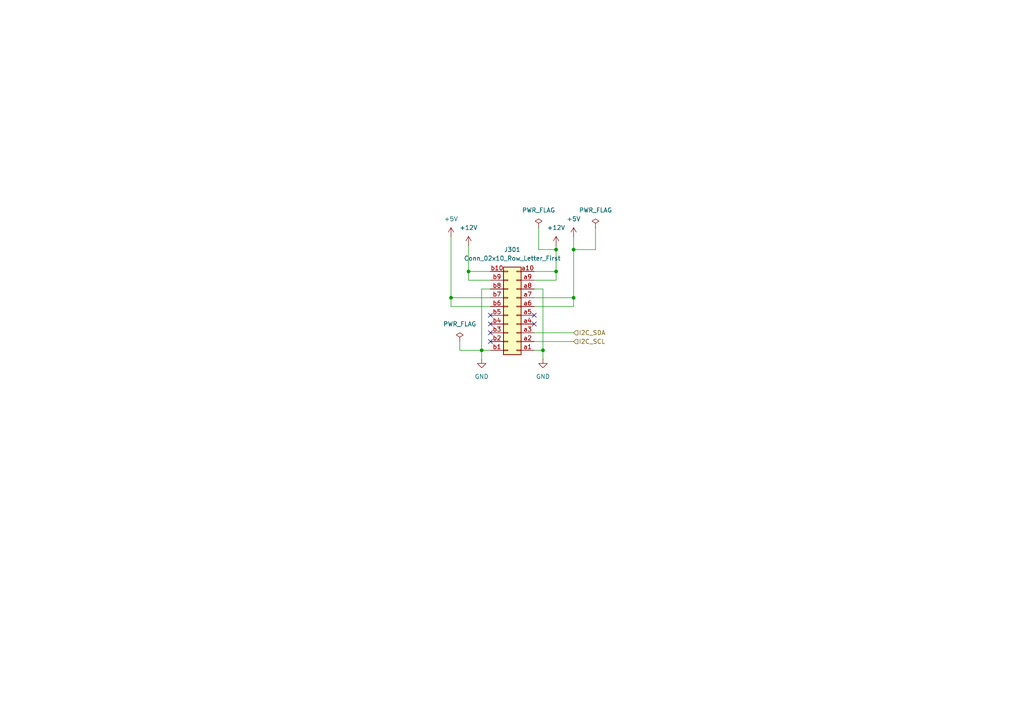
<source format=kicad_sch>
(kicad_sch (version 20250114) (generator "eeschema") (generator_version "9.0")
  (paper "A4")
  (title_block (rev "<<HASH>>") (company "Amateurfunkclub für Remote Stationen"))
  (lib_symbols
    (symbol "Connector_Generic:Conn_02x10_Row_Letter_First" (pin_names (offset 1.016) (hide yes))
      (property "Reference" "J" (at 1.27 12.7 0))
      (property "Value" "Conn_02x10_Row_Letter_First" (at 1.27 -15.24 0))
      (symbol "Conn_02x10_Row_Letter_First_1_1"
        (rectangle (start -1.27 11.43) (end 3.81 -13.97) (stroke (width 0.254)) (fill (type background)))
        (rectangle (start -1.27 10.287) (end 0 10.033) (stroke (width 0.1524)))
        (rectangle (start -1.27 7.747) (end 0 7.493) (stroke (width 0.1524)))
        (rectangle (start -1.27 5.207) (end 0 4.953) (stroke (width 0.1524)))
        (rectangle (start -1.27 2.667) (end 0 2.413) (stroke (width 0.1524)))
        (rectangle (start -1.27 0.127) (end 0 -0.127) (stroke (width 0.1524)))
        (rectangle (start -1.27 -2.413) (end 0 -2.667) (stroke (width 0.1524)))
        (rectangle (start -1.27 -4.953) (end 0 -5.207) (stroke (width 0.1524)))
        (rectangle (start -1.27 -7.493) (end 0 -7.747) (stroke (width 0.1524)))
        (rectangle (start -1.27 -10.033) (end 0 -10.287) (stroke (width 0.1524)))
        (rectangle (start -1.27 -12.573) (end 0 -12.827) (stroke (width 0.1524)))
        (rectangle (start 3.81 10.287) (end 2.54 10.033) (stroke (width 0.1524)))
        (rectangle (start 3.81 7.747) (end 2.54 7.493) (stroke (width 0.1524)))
        (rectangle (start 3.81 5.207) (end 2.54 4.953) (stroke (width 0.1524)))
        (rectangle (start 3.81 2.667) (end 2.54 2.413) (stroke (width 0.1524)))
        (rectangle (start 3.81 0.127) (end 2.54 -0.127) (stroke (width 0.1524)))
        (rectangle (start 3.81 -2.413) (end 2.54 -2.667) (stroke (width 0.1524)))
        (rectangle (start 3.81 -4.953) (end 2.54 -5.207) (stroke (width 0.1524)))
        (rectangle (start 3.81 -7.493) (end 2.54 -7.747) (stroke (width 0.1524)))
        (rectangle (start 3.81 -10.033) (end 2.54 -10.287) (stroke (width 0.1524)))
        (rectangle (start 3.81 -12.573) (end 2.54 -12.827) (stroke (width 0.1524)))
        (pin passive line (at -5.08 10.16 0) (length 3.81) (name "Pin_a1") (number "a1"))
        (pin passive line (at -5.08 7.62 0) (length 3.81) (name "Pin_a2") (number "a2"))
        (pin passive line (at -5.08 5.08 0) (length 3.81) (name "Pin_a3") (number "a3"))
        (pin passive line (at -5.08 2.54 0) (length 3.81) (name "Pin_a4") (number "a4"))
        (pin passive line (at -5.08 0 0) (length 3.81) (name "Pin_a5") (number "a5"))
        (pin passive line (at -5.08 -2.54 0) (length 3.81) (name "Pin_a6") (number "a6"))
        (pin passive line (at -5.08 -5.08 0) (length 3.81) (name "Pin_a7") (number "a7"))
        (pin passive line (at -5.08 -7.62 0) (length 3.81) (name "Pin_a8") (number "a8"))
        (pin passive line (at -5.08 -10.16 0) (length 3.81) (name "Pin_a9") (number "a9"))
        (pin passive line (at -5.08 -12.7 0) (length 3.81) (name "Pin_a10") (number "a10"))
        (pin passive line (at 7.62 10.16 180) (length 3.81) (name "Pin_b1") (number "b1"))
        (pin passive line (at 7.62 7.62 180) (length 3.81) (name "Pin_b2") (number "b2"))
        (pin passive line (at 7.62 5.08 180) (length 3.81) (name "Pin_b3") (number "b3"))
        (pin passive line (at 7.62 2.54 180) (length 3.81) (name "Pin_b4") (number "b4"))
        (pin passive line (at 7.62 0 180) (length 3.81) (name "Pin_b5") (number "b5"))
        (pin passive line (at 7.62 -2.54 180) (length 3.81) (name "Pin_b6") (number "b6"))
        (pin passive line (at 7.62 -5.08 180) (length 3.81) (name "Pin_b7") (number "b7"))
        (pin passive line (at 7.62 -7.62 180) (length 3.81) (name "Pin_b8") (number "b8"))
        (pin passive line (at 7.62 -10.16 180) (length 3.81) (name "Pin_b9") (number "b9"))
        (pin passive line (at 7.62 -12.7 180) (length 3.81) (name "Pin_b10") (number "b10"))
      )
    )
    (symbol "power:+12V" (power) (pin_numbers (hide yes)) (pin_names (offset 0) (hide yes))
      (property "Value" "+12V" (at 0 3.556 0))
      (symbol "+12V_0_1"
        (polyline (pts (xy -0.762 1.27) (xy 0 2.54)))
        (polyline (pts (xy 0 2.54) (xy 0.762 1.27)))
        (polyline (pts (xy 0 0) (xy 0 2.54)))
      )
      (symbol "+12V_1_1"
        (pin power_in line (at 0 0 90) (length 0) (name "~") (number "1"))
      )
    )
    (symbol "power:+5V" (power) (pin_numbers (hide yes)) (pin_names (offset 0) (hide yes))
      (property "Value" "+5V" (at 0 3.556 0))
      (symbol "+5V_0_1"
        (polyline (pts (xy -0.762 1.27) (xy 0 2.54)))
        (polyline (pts (xy 0 2.54) (xy 0.762 1.27)))
        (polyline (pts (xy 0 0) (xy 0 2.54)))
      )
      (symbol "+5V_1_1"
        (pin power_in line (at 0 0 90) (length 0) (name "~") (number "1"))
      )
    )
    (symbol "power:GND" (power) (pin_numbers (hide yes)) (pin_names (offset 0) (hide yes))
      (property "Value" "GND" (at 0 -3.81 0))
      (symbol "GND_0_1"
        (polyline (pts (xy 0 0) (xy 0 -1.27) (xy 1.27 -1.27) (xy 0 -2.54) (xy -1.27 -1.27) (xy 0 -1.27)))
      )
      (symbol "GND_1_1"
        (pin power_in line (at 0 0 270) (length 0) (name "~") (number "1"))
      )
    )
    (symbol "power:PWR_FLAG" (power) (pin_numbers (hide yes)) (pin_names (offset 0) (hide yes))
      (property "Value" "PWR_FLAG" (at 0 3.81 0))
      (symbol "PWR_FLAG_0_0"
        (pin power_out line (at 0 0 90) (length 0) (name "~") (number "1"))
      )
      (symbol "PWR_FLAG_0_1"
        (polyline (pts (xy 0 0) (xy 0 1.27) (xy -1.016 1.905) (xy 0 2.54) (xy 1.016 1.905) (xy 0 1.27)))
      )
    )
  )
  (junction (at 130.81 86.36))
  (junction (at 135.89 78.74))
  (junction (at 139.7 101.6))
  (junction (at 166.37 86.36))
  (junction (at 161.29 78.74))
  (junction (at 161.29 72.39))
  (junction (at 166.37 72.39))
  (junction (at 157.48 101.6))
  (no_connect (at 154.94 91.44))
  (no_connect (at 142.24 91.44))
  (no_connect (at 142.24 96.52))
  (no_connect (at 142.24 99.06))
  (no_connect (at 142.24 93.98))
  (no_connect (at 154.94 93.98))
  (wire (pts (xy 154.94 81.28) (xy 161.29 81.28)))
  (wire (pts (xy 139.7 101.6) (xy 139.7 104.14)))
  (wire (pts (xy 157.48 83.82) (xy 157.48 101.6)))
  (wire (pts (xy 142.24 83.82) (xy 139.7 83.82)))
  (wire (pts (xy 135.89 78.74) (xy 135.89 71.12)))
  (wire (pts (xy 157.48 101.6) (xy 157.48 104.14)))
  (wire (pts (xy 156.21 72.39) (xy 161.29 72.39)))
  (wire (pts (xy 154.94 86.36) (xy 166.37 86.36)))
  (wire (pts (xy 142.24 86.36) (xy 130.81 86.36)))
  (wire (pts (xy 166.37 99.06) (xy 154.94 99.06)))
  (wire (pts (xy 166.37 86.36) (xy 166.37 72.39)))
  (wire (pts (xy 161.29 78.74) (xy 161.29 72.39)))
  (wire (pts (xy 154.94 88.9) (xy 166.37 88.9)))
  (wire (pts (xy 139.7 83.82) (xy 139.7 101.6)))
  (wire (pts (xy 172.72 72.39) (xy 166.37 72.39)))
  (wire (pts (xy 142.24 78.74) (xy 135.89 78.74)))
  (wire (pts (xy 156.21 66.04) (xy 156.21 72.39)))
  (wire (pts (xy 166.37 96.52) (xy 154.94 96.52)))
  (wire (pts (xy 130.81 86.36) (xy 130.81 68.58)))
  (wire (pts (xy 130.81 88.9) (xy 130.81 86.36)))
  (wire (pts (xy 161.29 81.28) (xy 161.29 78.74)))
  (wire (pts (xy 142.24 88.9) (xy 130.81 88.9)))
  (wire (pts (xy 154.94 101.6) (xy 157.48 101.6)))
  (wire (pts (xy 172.72 66.04) (xy 172.72 72.39)))
  (wire (pts (xy 161.29 72.39) (xy 161.29 71.12)))
  (wire (pts (xy 142.24 101.6) (xy 139.7 101.6)))
  (wire (pts (xy 166.37 88.9) (xy 166.37 86.36)))
  (wire (pts (xy 154.94 78.74) (xy 161.29 78.74)))
  (wire (pts (xy 135.89 81.28) (xy 135.89 78.74)))
  (wire (pts (xy 166.37 72.39) (xy 166.37 68.58)))
  (wire (pts (xy 154.94 83.82) (xy 157.48 83.82)))
  (wire (pts (xy 142.24 81.28) (xy 135.89 81.28)))
  (wire (pts (xy 133.35 99.06) (xy 133.35 101.6)))
  (wire (pts (xy 133.35 101.6) (xy 139.7 101.6)))
  (hierarchical_label "I2C_SDA" (shape input) (at 166.37 96.52 0))
  (hierarchical_label "I2C_SCL" (shape input) (at 166.37 99.06 0))
  (symbol (lib_id "Connector_Generic:Conn_02x10_Row_Letter_First") (at 149.86 91.44 180) (unit 1)
    (property "Reference" "J301" (at 148.59 72.39 0))
    (property "Value" "Conn_02x10_Row_Letter_First" (at 148.59 74.93 0))
    (property "Footprint" "PRJ:PCN10-20P-2.54DSA" (effects (hide yes)))
    (property "Description" "Generic connector, double row, 02x10, row letter first pin numbering scheme (pin number consists of a letter for the row and a number for the pin index in this row. a1, ..., aN; b1, ..., bN), script generated (kicad-library-utils/schlib/autogen/connector/)" (effects (hide yes)))
  )
  (symbol (lib_id "power:+5V") (at 166.37 68.58 0) (unit 1)
    (property "Reference" "#PWR0306" (effects (hide yes)))
    (property "Value" "+5V" (at 166.37 63.5 0))
    (property "Description" "Power symbol creates a global label with name \"+5V\"" (effects (hide yes)))
  )
  (symbol (lib_id "power:+5V") (at 130.81 68.58 0) (unit 1)
    (property "Reference" "#PWR0301" (effects (hide yes)))
    (property "Value" "+5V" (at 130.81 63.5 0))
    (property "Description" "Power symbol creates a global label with name \"+5V\"" (effects (hide yes)))
  )
  (symbol (lib_id "power:+12V") (at 161.29 71.12 0) (unit 1)
    (property "Reference" "#PWR0305" (effects (hide yes)))
    (property "Value" "+12V" (at 161.29 66.04 0))
    (property "Description" "Power symbol creates a global label with name \"+12V\"" (effects (hide yes)))
  )
  (symbol (lib_id "power:PWR_FLAG") (at 156.21 66.04 0) (unit 1)
    (property "Reference" "#FLG0302" (effects (hide yes)))
    (property "Value" "PWR_FLAG" (at 156.21 60.96 0))
    (property "Description" "Special symbol for telling ERC where power comes from" (effects (hide yes)))
  )
  (symbol (lib_id "power:+12V") (at 135.89 71.12 0) (unit 1)
    (property "Reference" "#PWR0302" (effects (hide yes)))
    (property "Value" "+12V" (at 135.89 66.04 0))
    (property "Description" "Power symbol creates a global label with name \"+12V\"" (effects (hide yes)))
  )
  (symbol (lib_id "power:GND") (at 157.48 104.14 0) (unit 1)
    (property "Reference" "#PWR0304" (effects (hide yes)))
    (property "Value" "GND" (at 157.48 109.22 0))
    (property "Description" "Power symbol creates a global label with name \"GND\" , ground" (effects (hide yes)))
  )
  (symbol (lib_id "power:PWR_FLAG") (at 133.35 99.06 0) (unit 1)
    (property "Reference" "#FLG0301" (effects (hide yes)))
    (property "Value" "PWR_FLAG" (at 133.35 93.98 0))
    (property "Description" "Special symbol for telling ERC where power comes from" (effects (hide yes)))
  )
  (symbol (lib_id "power:PWR_FLAG") (at 172.72 66.04 0) (unit 1)
    (property "Reference" "#FLG0303" (effects (hide yes)))
    (property "Value" "PWR_FLAG" (at 172.72 60.96 0))
    (property "Description" "Special symbol for telling ERC where power comes from" (effects (hide yes)))
  )
  (symbol (lib_id "power:GND") (at 139.7 104.14 0) (unit 1)
    (property "Reference" "#PWR0303" (effects (hide yes)))
    (property "Value" "GND" (at 139.7 109.22 0))
    (property "Description" "Power symbol creates a global label with name \"GND\" , ground" (effects (hide yes)))
  )
)
</source>
